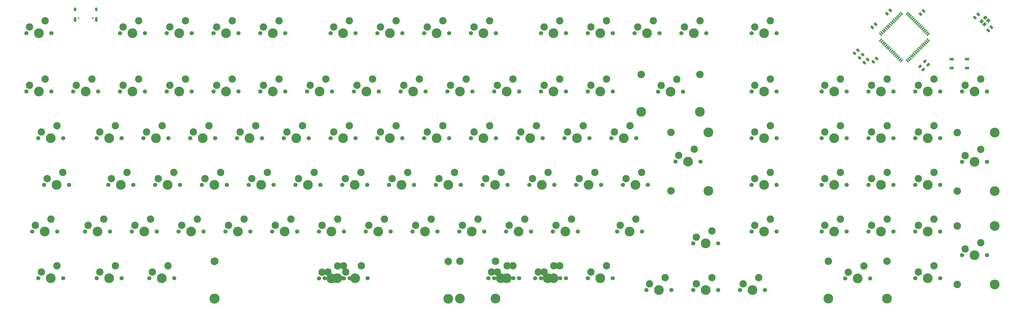
<source format=gbr>
%TF.GenerationSoftware,KiCad,Pcbnew,(6.0.4)*%
%TF.CreationDate,2022-04-19T22:35:02+02:00*%
%TF.ProjectId,pcb,7063622e-6b69-4636-9164-5f7063625858,rev?*%
%TF.SameCoordinates,Original*%
%TF.FileFunction,Soldermask,Top*%
%TF.FilePolarity,Negative*%
%FSLAX46Y46*%
G04 Gerber Fmt 4.6, Leading zero omitted, Abs format (unit mm)*
G04 Created by KiCad (PCBNEW (6.0.4)) date 2022-04-19 22:35:02*
%MOMM*%
%LPD*%
G01*
G04 APERTURE LIST*
G04 Aperture macros list*
%AMRoundRect*
0 Rectangle with rounded corners*
0 $1 Rounding radius*
0 $2 $3 $4 $5 $6 $7 $8 $9 X,Y pos of 4 corners*
0 Add a 4 corners polygon primitive as box body*
4,1,4,$2,$3,$4,$5,$6,$7,$8,$9,$2,$3,0*
0 Add four circle primitives for the rounded corners*
1,1,$1+$1,$2,$3*
1,1,$1+$1,$4,$5*
1,1,$1+$1,$6,$7*
1,1,$1+$1,$8,$9*
0 Add four rect primitives between the rounded corners*
20,1,$1+$1,$2,$3,$4,$5,0*
20,1,$1+$1,$4,$5,$6,$7,0*
20,1,$1+$1,$6,$7,$8,$9,0*
20,1,$1+$1,$8,$9,$2,$3,0*%
%AMRotRect*
0 Rectangle, with rotation*
0 The origin of the aperture is its center*
0 $1 length*
0 $2 width*
0 $3 Rotation angle, in degrees counterclockwise*
0 Add horizontal line*
21,1,$1,$2,0,0,$3*%
G04 Aperture macros list end*
%ADD10C,3.000000*%
%ADD11C,1.701800*%
%ADD12C,3.987800*%
%ADD13R,1.800000X1.100000*%
%ADD14RoundRect,0.250000X0.512652X0.159099X0.159099X0.512652X-0.512652X-0.159099X-0.159099X-0.512652X0*%
%ADD15RoundRect,0.250000X-0.159099X0.512652X-0.512652X0.159099X0.159099X-0.512652X0.512652X-0.159099X0*%
%ADD16RoundRect,0.250000X-0.132583X0.503814X-0.503814X0.132583X0.132583X-0.503814X0.503814X-0.132583X0*%
%ADD17RoundRect,0.250000X0.159099X-0.512652X0.512652X-0.159099X-0.159099X0.512652X-0.512652X0.159099X0*%
%ADD18RotRect,1.500000X0.550000X45.000000*%
%ADD19RotRect,1.500000X0.550000X135.000000*%
%ADD20C,3.048000*%
%ADD21RoundRect,0.250000X0.503814X0.132583X0.132583X0.503814X-0.503814X-0.132583X-0.132583X-0.503814X0*%
%ADD22RotRect,1.400000X1.200000X225.000000*%
%ADD23RoundRect,0.250000X0.132583X-0.503814X0.503814X-0.132583X-0.132583X0.503814X-0.503814X0.132583X0*%
%ADD24C,0.650000*%
%ADD25O,1.000000X1.600000*%
%ADD26O,1.000000X2.100000*%
G04 APERTURE END LIST*
D10*
%TO.C,MX20*%
X163671250Y-214947500D03*
D11*
X162401250Y-217487500D03*
D10*
X170021250Y-212407500D03*
D12*
X167481250Y-217487500D03*
D11*
X172561250Y-217487500D03*
%TD*%
D12*
%TO.C,MX91*%
X443706250Y-236537500D03*
D10*
X439896250Y-233997500D03*
D11*
X438626250Y-236537500D03*
X448786250Y-236537500D03*
D10*
X446246250Y-231457500D03*
%TD*%
D13*
%TO.C,SW1*%
X472500000Y-185150000D03*
X478700000Y-188850000D03*
X472500000Y-188850000D03*
X478700000Y-185150000D03*
%TD*%
D11*
%TO.C,MX11*%
X134461250Y-274637500D03*
D10*
X125571250Y-272097500D03*
D11*
X124301250Y-274637500D03*
D12*
X129381250Y-274637500D03*
D10*
X131921250Y-269557500D03*
%TD*%
D12*
%TO.C,MX89*%
X443706250Y-198437500D03*
D10*
X439896250Y-195897500D03*
D11*
X438626250Y-198437500D03*
D10*
X446246250Y-193357500D03*
D11*
X448786250Y-198437500D03*
%TD*%
D10*
%TO.C,MX34*%
X211296250Y-195897500D03*
X217646250Y-193357500D03*
D11*
X220186250Y-198437500D03*
X210026250Y-198437500D03*
D12*
X215106250Y-198437500D03*
%TD*%
%TO.C,MX46*%
X262731250Y-217487500D03*
D10*
X265271250Y-212407500D03*
D11*
X267811250Y-217487500D03*
X257651250Y-217487500D03*
D10*
X258921250Y-214947500D03*
%TD*%
%TO.C,MX37*%
X216058750Y-253047500D03*
D11*
X224948750Y-255587500D03*
D10*
X222408750Y-250507500D03*
D11*
X214788750Y-255587500D03*
D12*
X219868750Y-255587500D03*
%TD*%
%TO.C,MX104*%
X307975000Y-274637500D03*
D10*
X304165000Y-272097500D03*
D11*
X313055000Y-274637500D03*
D10*
X310515000Y-269557500D03*
D11*
X302895000Y-274637500D03*
%TD*%
%TO.C,MX70*%
X336232500Y-255587500D03*
D12*
X341312500Y-255587500D03*
D10*
X337502500Y-253047500D03*
X343852500Y-250507500D03*
D11*
X346392500Y-255587500D03*
%TD*%
D14*
%TO.C,C4*%
X462871751Y-187471751D03*
X461528249Y-186128249D03*
%TD*%
D15*
%TO.C,C8*%
X438271751Y-185328249D03*
X436928249Y-186671751D03*
%TD*%
D10*
%TO.C,MX18*%
X160496250Y-169545000D03*
D11*
X163036250Y-174625000D03*
D12*
X157956250Y-174625000D03*
D10*
X154146250Y-172085000D03*
D11*
X152876250Y-174625000D03*
%TD*%
%TO.C,MX55*%
X286226250Y-198437500D03*
D12*
X291306250Y-198437500D03*
D11*
X296386250Y-198437500D03*
D10*
X287496250Y-195897500D03*
X293846250Y-193357500D03*
%TD*%
%TO.C,MX13*%
X135096250Y-195897500D03*
D11*
X133826250Y-198437500D03*
X143986250Y-198437500D03*
D10*
X141446250Y-193357500D03*
D12*
X138906250Y-198437500D03*
%TD*%
D11*
%TO.C,MX45*%
X248126250Y-198437500D03*
D10*
X255746250Y-193357500D03*
X249396250Y-195897500D03*
D11*
X258286250Y-198437500D03*
D12*
X253206250Y-198437500D03*
%TD*%
D10*
%TO.C,MX75*%
X355758750Y-274320000D03*
D11*
X348138750Y-279400000D03*
D12*
X353218750Y-279400000D03*
D11*
X358298750Y-279400000D03*
D10*
X349408750Y-276860000D03*
%TD*%
D16*
%TO.C,R3*%
X434245235Y-181554765D03*
X432954765Y-182845235D03*
%TD*%
D11*
%TO.C,MX40*%
X229076250Y-198437500D03*
D10*
X236696250Y-193357500D03*
D11*
X239236250Y-198437500D03*
D12*
X234156250Y-198437500D03*
D10*
X230346250Y-195897500D03*
%TD*%
D11*
%TO.C,MX44*%
X267811250Y-174625000D03*
D10*
X258921250Y-172085000D03*
X265271250Y-169545000D03*
D12*
X262731250Y-174625000D03*
D11*
X257651250Y-174625000D03*
%TD*%
D12*
%TO.C,MX67*%
X329406250Y-198437500D03*
D11*
X334486250Y-198437500D03*
X324326250Y-198437500D03*
D10*
X331946250Y-193357500D03*
X325596250Y-195897500D03*
%TD*%
D17*
%TO.C,C6*%
X487328249Y-173471751D03*
X488671751Y-172128249D03*
%TD*%
D11*
%TO.C,MX48*%
X263048750Y-255587500D03*
D12*
X257968750Y-255587500D03*
D10*
X260508750Y-250507500D03*
X254158750Y-253047500D03*
D11*
X252888750Y-255587500D03*
%TD*%
D10*
%TO.C,MX92*%
X446246250Y-250507500D03*
D11*
X448786250Y-255587500D03*
D12*
X443706250Y-255587500D03*
D11*
X438626250Y-255587500D03*
D10*
X439896250Y-253047500D03*
%TD*%
%TO.C,MX68*%
X335121250Y-214947500D03*
D12*
X338931250Y-217487500D03*
D11*
X344011250Y-217487500D03*
X333851250Y-217487500D03*
D10*
X341471250Y-212407500D03*
%TD*%
D12*
%TO.C,MX81*%
X396081250Y-217487500D03*
D11*
X391001250Y-217487500D03*
X401161250Y-217487500D03*
D10*
X392271250Y-214947500D03*
X398621250Y-212407500D03*
%TD*%
D11*
%TO.C,MX98*%
X476726250Y-198437500D03*
D12*
X481806250Y-198437500D03*
D10*
X484346250Y-193357500D03*
X477996250Y-195897500D03*
D11*
X486886250Y-198437500D03*
%TD*%
D10*
%TO.C,MX21*%
X174783750Y-231457500D03*
D11*
X177323750Y-236537500D03*
D12*
X172243750Y-236537500D03*
D10*
X168433750Y-233997500D03*
D11*
X167163750Y-236537500D03*
%TD*%
D18*
%TO.C,U1*%
X443543887Y-177414582D03*
X444109573Y-177980267D03*
X444675258Y-178545952D03*
X445240943Y-179111638D03*
X445806629Y-179677323D03*
X446372314Y-180243009D03*
X446938000Y-180808694D03*
X447503685Y-181374380D03*
X448069370Y-181940065D03*
X448635056Y-182505750D03*
X449200741Y-183071436D03*
X449766427Y-183637121D03*
X450332112Y-184202807D03*
X450897798Y-184768492D03*
X451463483Y-185334177D03*
X452029168Y-185899863D03*
D19*
X454433332Y-185899863D03*
X454999017Y-185334177D03*
X455564702Y-184768492D03*
X456130388Y-184202807D03*
X456696073Y-183637121D03*
X457261759Y-183071436D03*
X457827444Y-182505750D03*
X458393130Y-181940065D03*
X458958815Y-181374380D03*
X459524500Y-180808694D03*
X460090186Y-180243009D03*
X460655871Y-179677323D03*
X461221557Y-179111638D03*
X461787242Y-178545952D03*
X462352927Y-177980267D03*
X462918613Y-177414582D03*
D18*
X462918613Y-175010418D03*
X462352927Y-174444733D03*
X461787242Y-173879048D03*
X461221557Y-173313362D03*
X460655871Y-172747677D03*
X460090186Y-172181991D03*
X459524500Y-171616306D03*
X458958815Y-171050620D03*
X458393130Y-170484935D03*
X457827444Y-169919250D03*
X457261759Y-169353564D03*
X456696073Y-168787879D03*
X456130388Y-168222193D03*
X455564702Y-167656508D03*
X454999017Y-167090823D03*
X454433332Y-166525137D03*
D19*
X452029168Y-166525137D03*
X451463483Y-167090823D03*
X450897798Y-167656508D03*
X450332112Y-168222193D03*
X449766427Y-168787879D03*
X449200741Y-169353564D03*
X448635056Y-169919250D03*
X448069370Y-170484935D03*
X447503685Y-171050620D03*
X446938000Y-171616306D03*
X446372314Y-172181991D03*
X445806629Y-172747677D03*
X445240943Y-173313362D03*
X444675258Y-173879048D03*
X444109573Y-174444733D03*
X443543887Y-175010418D03*
%TD*%
D10*
%TO.C,MX62*%
X322421250Y-212407500D03*
D12*
X319881250Y-217487500D03*
D11*
X314801250Y-217487500D03*
X324961250Y-217487500D03*
D10*
X316071250Y-214947500D03*
%TD*%
D12*
%TO.C,MX31*%
X210343750Y-236537500D03*
D10*
X206533750Y-233997500D03*
D11*
X215423750Y-236537500D03*
X205263750Y-236537500D03*
D10*
X212883750Y-231457500D03*
%TD*%
D12*
%TO.C,MX69*%
X343693750Y-236537500D03*
D10*
X346233750Y-231457500D03*
X339883750Y-233997500D03*
D11*
X338613750Y-236537500D03*
X348773750Y-236537500D03*
%TD*%
D12*
%TO.C,MX100*%
X489995111Y-277116639D03*
X481806250Y-265178639D03*
D20*
X474755111Y-277116639D03*
D10*
X477996250Y-262638639D03*
D20*
X474755111Y-253240639D03*
D10*
X484346250Y-260098639D03*
D12*
X489995111Y-253240639D03*
D11*
X476726250Y-265178639D03*
X486886250Y-265178639D03*
%TD*%
D10*
%TO.C,MX33*%
X220821250Y-172085000D03*
D11*
X229711250Y-174625000D03*
D10*
X227171250Y-169545000D03*
D12*
X224631250Y-174625000D03*
D11*
X219551250Y-174625000D03*
%TD*%
D10*
%TO.C,MX23*%
X173196250Y-172085000D03*
D11*
X171926250Y-174625000D03*
X182086250Y-174625000D03*
D10*
X179546250Y-169545000D03*
D12*
X177006250Y-174625000D03*
%TD*%
D11*
%TO.C,MX73*%
X352901250Y-198503639D03*
D12*
X346043250Y-206692500D03*
D20*
X346043250Y-191452500D03*
D11*
X363061250Y-198503639D03*
D10*
X354171250Y-195963639D03*
X360521250Y-193423639D03*
D12*
X369919250Y-206692500D03*
D20*
X369919250Y-191452500D03*
D12*
X357981250Y-198503639D03*
%TD*%
%TO.C,MX57*%
X305593750Y-236537500D03*
D10*
X308133750Y-231457500D03*
D11*
X310673750Y-236537500D03*
D10*
X301783750Y-233997500D03*
D11*
X300513750Y-236537500D03*
%TD*%
%TO.C,MX41*%
X248761250Y-217487500D03*
D12*
X243681250Y-217487500D03*
D10*
X239871250Y-214947500D03*
X246221250Y-212407500D03*
D11*
X238601250Y-217487500D03*
%TD*%
%TO.C,MX43*%
X233838750Y-255587500D03*
D10*
X241458750Y-250507500D03*
X235108750Y-253047500D03*
D11*
X243998750Y-255587500D03*
D12*
X238918750Y-255587500D03*
%TD*%
%TO.C,MX74*%
X365125000Y-227012500D03*
X373380000Y-215074500D03*
D20*
X358140000Y-215074500D03*
D10*
X361315000Y-224472500D03*
D11*
X360045000Y-227012500D03*
D12*
X373380000Y-238950500D03*
D11*
X370205000Y-227012500D03*
D20*
X358140000Y-238950500D03*
D10*
X367665000Y-221932500D03*
%TD*%
D11*
%TO.C,MX76*%
X377348750Y-260350000D03*
D10*
X368458750Y-257810000D03*
D11*
X367188750Y-260350000D03*
D10*
X374808750Y-255270000D03*
D12*
X372268750Y-260350000D03*
%TD*%
D11*
%TO.C,MX96*%
X457676250Y-236537500D03*
X467836250Y-236537500D03*
D10*
X465296250Y-231457500D03*
X458946250Y-233997500D03*
D12*
X462756250Y-236537500D03*
%TD*%
D10*
%TO.C,MX9*%
X136683750Y-231457500D03*
D11*
X139223750Y-236537500D03*
D12*
X134143750Y-236537500D03*
D11*
X129063750Y-236537500D03*
D10*
X130333750Y-233997500D03*
%TD*%
%TO.C,MX27*%
X184308750Y-250507500D03*
D12*
X181768750Y-255587500D03*
D10*
X177958750Y-253047500D03*
D11*
X176688750Y-255587500D03*
X186848750Y-255587500D03*
%TD*%
D12*
%TO.C,MX22*%
X162718750Y-255587500D03*
D10*
X165258750Y-250507500D03*
X158908750Y-253047500D03*
D11*
X157638750Y-255587500D03*
X167798750Y-255587500D03*
%TD*%
%TO.C,MX60*%
X334486250Y-174625000D03*
D12*
X329406250Y-174625000D03*
D11*
X324326250Y-174625000D03*
D10*
X331946250Y-169545000D03*
X325596250Y-172085000D03*
%TD*%
D17*
%TO.C,C7*%
X440528249Y-186271751D03*
X441871751Y-184928249D03*
%TD*%
D10*
%TO.C,MX78*%
X387508750Y-276860000D03*
D11*
X396398750Y-279400000D03*
D12*
X391318750Y-279400000D03*
D11*
X386238750Y-279400000D03*
D10*
X393858750Y-274320000D03*
%TD*%
D11*
%TO.C,MX66*%
X343376250Y-174625000D03*
D10*
X350996250Y-169545000D03*
D12*
X348456250Y-174625000D03*
D10*
X344646250Y-172085000D03*
D11*
X353536250Y-174625000D03*
%TD*%
D12*
%TO.C,MX97*%
X462756250Y-255587500D03*
D11*
X467836250Y-255587500D03*
D10*
X458946250Y-253047500D03*
X465296250Y-250507500D03*
D11*
X457676250Y-255587500D03*
%TD*%
D12*
%TO.C,MX71*%
X329406250Y-274637500D03*
D10*
X325596250Y-272097500D03*
D11*
X324326250Y-274637500D03*
X334486250Y-274637500D03*
D10*
X331946250Y-269557500D03*
%TD*%
D12*
%TO.C,MX17*%
X150812500Y-274637500D03*
D10*
X153352500Y-269557500D03*
X147002500Y-272097500D03*
D11*
X155892500Y-274637500D03*
X145732500Y-274637500D03*
%TD*%
D10*
%TO.C,MX28*%
X192246250Y-172085000D03*
D11*
X190976250Y-174625000D03*
D10*
X198596250Y-169545000D03*
D12*
X196056250Y-174625000D03*
D11*
X201136250Y-174625000D03*
%TD*%
D20*
%TO.C,MX102*%
X286687500Y-267652500D03*
D10*
X232077500Y-269557500D03*
D12*
X286687500Y-282892500D03*
D10*
X225727500Y-272097500D03*
D12*
X172387500Y-282892500D03*
D11*
X234617500Y-274637500D03*
D20*
X172387500Y-267652500D03*
D12*
X229537500Y-274637500D03*
D11*
X224457500Y-274637500D03*
%TD*%
%TO.C,MX77*%
X377348750Y-279400000D03*
D10*
X374808750Y-274320000D03*
D12*
X372268750Y-279400000D03*
D11*
X367188750Y-279400000D03*
D10*
X368458750Y-276860000D03*
%TD*%
D11*
%TO.C,MX95*%
X457676250Y-217487500D03*
X467836250Y-217487500D03*
D10*
X458946250Y-214947500D03*
D12*
X462756250Y-217487500D03*
D10*
X465296250Y-212407500D03*
%TD*%
%TO.C,MX1*%
X103346250Y-169545000D03*
D12*
X100806250Y-174625000D03*
D11*
X105886250Y-174625000D03*
X95726250Y-174625000D03*
D10*
X96996250Y-172085000D03*
%TD*%
%TO.C,MX19*%
X154146250Y-195897500D03*
D11*
X163036250Y-198437500D03*
X152876250Y-198437500D03*
D10*
X160496250Y-193357500D03*
D12*
X157956250Y-198437500D03*
%TD*%
D10*
%TO.C,MX90*%
X439896250Y-214947500D03*
D11*
X448786250Y-217487500D03*
X438626250Y-217487500D03*
D12*
X443706250Y-217487500D03*
D10*
X446246250Y-212407500D03*
%TD*%
D11*
%TO.C,MX93*%
X467836250Y-274637500D03*
D10*
X465296250Y-269557500D03*
D11*
X457676250Y-274637500D03*
D12*
X462756250Y-274637500D03*
D10*
X458946250Y-272097500D03*
%TD*%
D11*
%TO.C,MX38*%
X224950315Y-274703639D03*
D12*
X267492185Y-282958639D03*
X219870315Y-274703639D03*
D10*
X216060315Y-272163639D03*
D11*
X214790315Y-274703639D03*
D12*
X172242185Y-282958639D03*
D20*
X172242185Y-267718639D03*
D10*
X222410315Y-269623639D03*
D20*
X267492185Y-267718639D03*
%TD*%
D16*
%TO.C,R4*%
X436245235Y-183354765D03*
X434954765Y-184645235D03*
%TD*%
D21*
%TO.C,R6*%
X460845235Y-189445235D03*
X459554765Y-188154765D03*
%TD*%
D10*
%TO.C,MX52*%
X282733750Y-233997500D03*
D11*
X281463750Y-236537500D03*
D12*
X286543750Y-236537500D03*
D10*
X289083750Y-231457500D03*
D11*
X291623750Y-236537500D03*
%TD*%
D12*
%TO.C,MX39*%
X243681250Y-174625000D03*
D11*
X248761250Y-174625000D03*
D10*
X239871250Y-172085000D03*
X246221250Y-169545000D03*
D11*
X238601250Y-174625000D03*
%TD*%
%TO.C,MX94*%
X457676250Y-198437500D03*
X467836250Y-198437500D03*
D10*
X465296250Y-193357500D03*
X458946250Y-195897500D03*
D12*
X462756250Y-198437500D03*
%TD*%
%TO.C,MX61*%
X310356250Y-198437500D03*
D10*
X306546250Y-195897500D03*
D11*
X315436250Y-198437500D03*
D10*
X312896250Y-193357500D03*
D11*
X305276250Y-198437500D03*
%TD*%
%TO.C,MX3*%
X100488750Y-217487500D03*
D10*
X101758750Y-214947500D03*
X108108750Y-212407500D03*
D11*
X110648750Y-217487500D03*
D12*
X105568750Y-217487500D03*
%TD*%
D15*
%TO.C,C3*%
X447471751Y-165328249D03*
X446128249Y-166671751D03*
%TD*%
D11*
%TO.C,MX14*%
X143351250Y-217487500D03*
D12*
X148431250Y-217487500D03*
D10*
X150971250Y-212407500D03*
D11*
X153511250Y-217487500D03*
D10*
X144621250Y-214947500D03*
%TD*%
%TO.C,MX83*%
X398621250Y-250507500D03*
D12*
X396081250Y-255587500D03*
D11*
X401161250Y-255587500D03*
D10*
X392271250Y-253047500D03*
D11*
X391001250Y-255587500D03*
%TD*%
D22*
%TO.C,Y1*%
X486176777Y-168221142D03*
X484621142Y-169776777D03*
X485823223Y-170978858D03*
X487378858Y-169423223D03*
%TD*%
D12*
%TO.C,MX58*%
X296068750Y-255587500D03*
D11*
X301148750Y-255587500D03*
D10*
X298608750Y-250507500D03*
D11*
X290988750Y-255587500D03*
D10*
X292258750Y-253047500D03*
%TD*%
D23*
%TO.C,R5*%
X459754765Y-166845235D03*
X461045235Y-165554765D03*
%TD*%
D10*
%TO.C,MX50*%
X274796250Y-193357500D03*
D12*
X272256250Y-198437500D03*
D10*
X268446250Y-195897500D03*
D11*
X277336250Y-198437500D03*
X267176250Y-198437500D03*
%TD*%
%TO.C,MX72*%
X372586250Y-174625000D03*
D10*
X370046250Y-169545000D03*
X363696250Y-172085000D03*
D12*
X367506250Y-174625000D03*
D11*
X362426250Y-174625000D03*
%TD*%
D10*
%TO.C,MX54*%
X312896250Y-169545000D03*
X306546250Y-172085000D03*
D12*
X310356250Y-174625000D03*
D11*
X305276250Y-174625000D03*
X315436250Y-174625000D03*
%TD*%
D10*
%TO.C,MX49*%
X277971250Y-172085000D03*
D12*
X281781250Y-174625000D03*
D11*
X276701250Y-174625000D03*
D10*
X284321250Y-169545000D03*
D11*
X286861250Y-174625000D03*
%TD*%
%TO.C,MX86*%
X419576250Y-236537500D03*
X429736250Y-236537500D03*
D10*
X420846250Y-233997500D03*
X427196250Y-231457500D03*
D12*
X424656250Y-236537500D03*
%TD*%
%TO.C,MX24*%
X177006250Y-198437500D03*
D10*
X173196250Y-195897500D03*
D11*
X182086250Y-198437500D03*
D10*
X179546250Y-193357500D03*
D11*
X171926250Y-198437500D03*
%TD*%
D10*
%TO.C,MX80*%
X398621250Y-193357500D03*
D11*
X391001250Y-198437500D03*
D12*
X396081250Y-198437500D03*
D10*
X392271250Y-195897500D03*
D11*
X401161250Y-198437500D03*
%TD*%
%TO.C,MX51*%
X276701250Y-217487500D03*
X286861250Y-217487500D03*
D10*
X284321250Y-212407500D03*
D12*
X281781250Y-217487500D03*
D10*
X277971250Y-214947500D03*
%TD*%
D12*
%TO.C,MX47*%
X267493750Y-236537500D03*
D11*
X262413750Y-236537500D03*
D10*
X263683750Y-233997500D03*
D11*
X272573750Y-236537500D03*
D10*
X270033750Y-231457500D03*
%TD*%
D20*
%TO.C,MX99*%
X474755111Y-215140639D03*
D11*
X476726250Y-227078639D03*
D20*
X474755111Y-239016639D03*
D11*
X486886250Y-227078639D03*
D12*
X481806250Y-227078639D03*
D10*
X477996250Y-224538639D03*
D12*
X489995111Y-215140639D03*
D10*
X484346250Y-221998639D03*
D12*
X489995111Y-239016639D03*
%TD*%
%TO.C,MX30*%
X205581250Y-217487500D03*
D11*
X200501250Y-217487500D03*
D10*
X208121250Y-212407500D03*
X201771250Y-214947500D03*
D11*
X210661250Y-217487500D03*
%TD*%
%TO.C,MX26*%
X186213750Y-236537500D03*
D10*
X193833750Y-231457500D03*
D12*
X191293750Y-236537500D03*
D11*
X196373750Y-236537500D03*
D10*
X187483750Y-233997500D03*
%TD*%
D11*
%TO.C,MX36*%
X234473750Y-236537500D03*
X224313750Y-236537500D03*
D10*
X231933750Y-231457500D03*
X225583750Y-233997500D03*
D12*
X229393750Y-236537500D03*
%TD*%
D10*
%TO.C,MX35*%
X227171250Y-212407500D03*
D11*
X219551250Y-217487500D03*
D12*
X224631250Y-217487500D03*
D10*
X220821250Y-214947500D03*
D11*
X229711250Y-217487500D03*
%TD*%
D20*
%TO.C,MX88*%
X422243250Y-267652500D03*
D10*
X436721250Y-269623639D03*
D11*
X439261250Y-274703639D03*
D10*
X430371250Y-272163639D03*
D12*
X446119250Y-282892500D03*
X422243250Y-282892500D03*
D11*
X429101250Y-274703639D03*
D20*
X446119250Y-267652500D03*
D12*
X434181250Y-274703639D03*
%TD*%
D11*
%TO.C,MX29*%
X201136250Y-198437500D03*
D12*
X196056250Y-198437500D03*
D11*
X190976250Y-198437500D03*
D10*
X198596250Y-193357500D03*
X192246250Y-195897500D03*
%TD*%
D11*
%TO.C,MX53*%
X282098750Y-255587500D03*
D10*
X273208750Y-253047500D03*
D11*
X271938750Y-255587500D03*
D10*
X279558750Y-250507500D03*
D12*
X277018750Y-255587500D03*
%TD*%
%TO.C,MX6*%
X105568750Y-274637500D03*
D10*
X101758750Y-272097500D03*
D11*
X110648750Y-274637500D03*
X100488750Y-274637500D03*
D10*
X108108750Y-269557500D03*
%TD*%
D11*
%TO.C,MX79*%
X391001250Y-174625000D03*
X401161250Y-174625000D03*
D10*
X392271250Y-172085000D03*
X398621250Y-169545000D03*
D12*
X396081250Y-174625000D03*
%TD*%
D10*
%TO.C,MX56*%
X303371250Y-212407500D03*
D11*
X305911250Y-217487500D03*
X295751250Y-217487500D03*
D12*
X300831250Y-217487500D03*
D10*
X297021250Y-214947500D03*
%TD*%
D17*
%TO.C,C2*%
X440128249Y-172271751D03*
X441471751Y-170928249D03*
%TD*%
D12*
%TO.C,MX84*%
X424656250Y-198437500D03*
D11*
X419576250Y-198437500D03*
X429736250Y-198437500D03*
D10*
X420846250Y-195897500D03*
X427196250Y-193357500D03*
%TD*%
%TO.C,MX16*%
X139858750Y-253047500D03*
X146208750Y-250507500D03*
D11*
X148748750Y-255587500D03*
X138588750Y-255587500D03*
D12*
X143668750Y-255587500D03*
%TD*%
D11*
%TO.C,MX101*%
X217170000Y-274637500D03*
D10*
X224790000Y-269557500D03*
X218440000Y-272097500D03*
D20*
X172250100Y-267652500D03*
D12*
X172250100Y-282892500D03*
D20*
X272249900Y-267652500D03*
D12*
X222250000Y-274637500D03*
X272249900Y-282892500D03*
D11*
X227330000Y-274637500D03*
%TD*%
D12*
%TO.C,MX42*%
X248443750Y-236537500D03*
D10*
X250983750Y-231457500D03*
X244633750Y-233997500D03*
D11*
X253523750Y-236537500D03*
X243363750Y-236537500D03*
%TD*%
D10*
%TO.C,MX59*%
X291465000Y-269557500D03*
D12*
X288925000Y-274637500D03*
D10*
X285115000Y-272097500D03*
D11*
X283845000Y-274637500D03*
X294005000Y-274637500D03*
%TD*%
%TO.C,MX85*%
X429736250Y-217487500D03*
D10*
X420846250Y-214947500D03*
D12*
X424656250Y-217487500D03*
D10*
X427196250Y-212407500D03*
D11*
X419576250Y-217487500D03*
%TD*%
D10*
%TO.C,MX12*%
X141446250Y-169545000D03*
D11*
X133826250Y-174625000D03*
D10*
X135096250Y-172085000D03*
D12*
X138906250Y-174625000D03*
D11*
X143986250Y-174625000D03*
%TD*%
%TO.C,MX103*%
X286226250Y-274637500D03*
X296386250Y-274637500D03*
D10*
X293846250Y-269557500D03*
D12*
X291306250Y-274637500D03*
D10*
X287496250Y-272097500D03*
%TD*%
D12*
%TO.C,MX25*%
X186531250Y-217487500D03*
D10*
X189071250Y-212407500D03*
D11*
X181451250Y-217487500D03*
X191611250Y-217487500D03*
D10*
X182721250Y-214947500D03*
%TD*%
D12*
%TO.C,MX63*%
X324643750Y-236537500D03*
D10*
X327183750Y-231457500D03*
D11*
X319563750Y-236537500D03*
D10*
X320833750Y-233997500D03*
D11*
X329723750Y-236537500D03*
%TD*%
D12*
%TO.C,MX32*%
X200818750Y-255587500D03*
D11*
X205898750Y-255587500D03*
X195738750Y-255587500D03*
D10*
X197008750Y-253047500D03*
X203358750Y-250507500D03*
%TD*%
D12*
%TO.C,MX7*%
X119856250Y-198437500D03*
D10*
X122396250Y-193357500D03*
D11*
X124936250Y-198437500D03*
D10*
X116046250Y-195897500D03*
D11*
X114776250Y-198437500D03*
%TD*%
D15*
%TO.C,C5*%
X483271751Y-166928249D03*
X481928249Y-168271751D03*
%TD*%
D10*
%TO.C,MX64*%
X317658750Y-250507500D03*
X311308750Y-253047500D03*
D11*
X310038750Y-255587500D03*
X320198750Y-255587500D03*
D12*
X315118750Y-255587500D03*
%TD*%
D11*
%TO.C,MX15*%
X148113750Y-236537500D03*
D10*
X155733750Y-231457500D03*
D12*
X153193750Y-236537500D03*
D10*
X149383750Y-233997500D03*
D11*
X158273750Y-236537500D03*
%TD*%
%TO.C,MX87*%
X419576250Y-255587500D03*
D12*
X424656250Y-255587500D03*
D10*
X420846250Y-253047500D03*
D11*
X429736250Y-255587500D03*
D10*
X427196250Y-250507500D03*
%TD*%
%TO.C,MX5*%
X99377500Y-253047500D03*
D11*
X108267500Y-255587500D03*
X98107500Y-255587500D03*
D10*
X105727500Y-250507500D03*
D12*
X103187500Y-255587500D03*
%TD*%
D10*
%TO.C,MX65*%
X312896250Y-269557500D03*
X306546250Y-272097500D03*
D11*
X315436250Y-274637500D03*
D12*
X310356250Y-274637500D03*
D11*
X305276250Y-274637500D03*
%TD*%
D12*
%TO.C,MX10*%
X124618750Y-255587500D03*
D10*
X127158750Y-250507500D03*
X120808750Y-253047500D03*
D11*
X119538750Y-255587500D03*
X129698750Y-255587500D03*
%TD*%
%TO.C,MX2*%
X95726250Y-198437500D03*
D10*
X96996250Y-195897500D03*
X103346250Y-193357500D03*
D11*
X105886250Y-198437500D03*
D12*
X100806250Y-198437500D03*
%TD*%
D10*
%TO.C,MX8*%
X131921250Y-212407500D03*
D11*
X134461250Y-217487500D03*
X124301250Y-217487500D03*
D12*
X129381250Y-217487500D03*
D10*
X125571250Y-214947500D03*
%TD*%
D12*
%TO.C,MX4*%
X107950000Y-236537500D03*
D10*
X110490000Y-231457500D03*
X104140000Y-233997500D03*
D11*
X102870000Y-236537500D03*
X113030000Y-236537500D03*
%TD*%
D12*
%TO.C,MX82*%
X396081250Y-236537500D03*
D11*
X391001250Y-236537500D03*
X401161250Y-236537500D03*
D10*
X398621250Y-231457500D03*
X392271250Y-233997500D03*
%TD*%
D24*
%TO.C,J1*%
X116966250Y-168493750D03*
X122746250Y-168493750D03*
D25*
X115536250Y-164843750D03*
D26*
X115536250Y-169023750D03*
X124176250Y-169023750D03*
D25*
X124176250Y-164843750D03*
%TD*%
M02*

</source>
